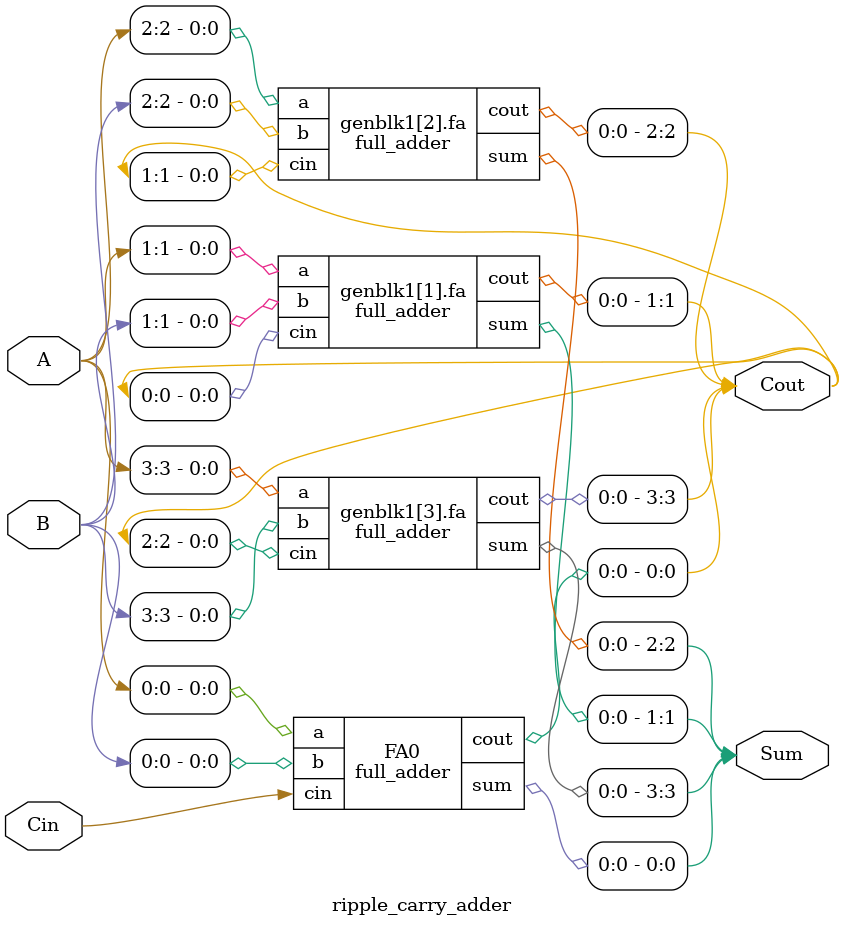
<source format=v>
`timescale 1ns / 1ps

module full_adder(
	input a,b,cin,
	output sum,cout
);

assign {sum, cout} = {(a ^ b ^ cin), ((a & b) | (b & cin) | (a & cin))};

endmodule 

module ripple_carry_adder #(parameter SIZE =4)(
	input [SIZE -1:0] A,B,
	input Cin,
	output [SIZE -1:0] Sum, Cout
);

full_adder FA0(A[0], B[0], Cin, Sum[0], Cout[0]);

genvar g;
generate
	for (g=1; g<SIZE;g=g+1) begin
        full_adder fa(A[g], B[g], Cout[g-1], Sum[g], Cout[g]);	
    end

endgenerate

endmodule
</source>
